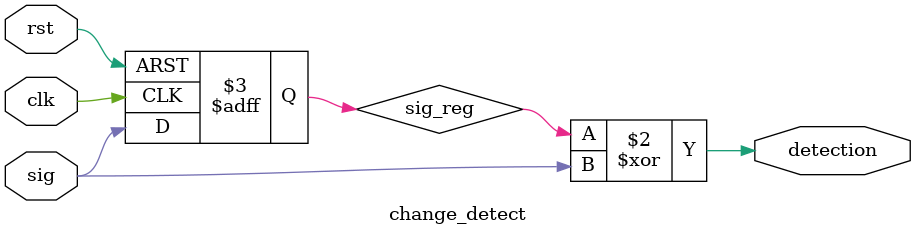
<source format=sv>

module change_detect(
  input logic clk, rst,
  input logic sig,
  output logic detection
);

  logic sig_reg;

  always_ff @(posedge clk or posedge rst) begin
    if(rst)
      sig_reg <= 0;

    else
      sig_reg <= sig;
  end

  assign detection = sig_reg ^ sig;

endmodule

</source>
